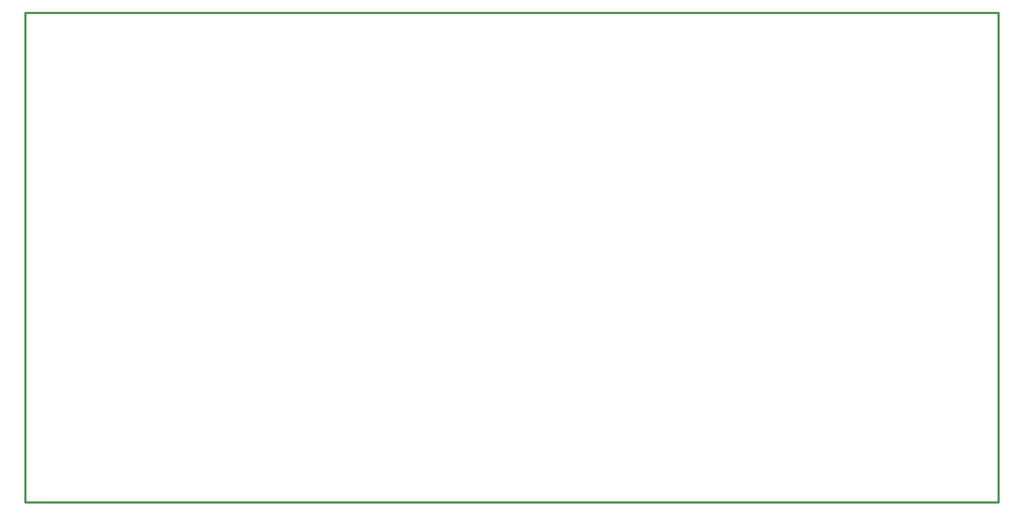
<source format=gm1>
G04*
G04 #@! TF.GenerationSoftware,Altium Limited,Altium Designer,18.1.7 (191)*
G04*
G04 Layer_Color=16711935*
%FSLAX25Y25*%
%MOIN*%
G70*
G01*
G75*
%ADD16C,0.01200*%
D16*
X-0Y302000D02*
X0Y0D01*
X600500D01*
X600500Y302000D02*
X600500Y0D01*
X-0Y302000D02*
X600500D01*
M02*

</source>
